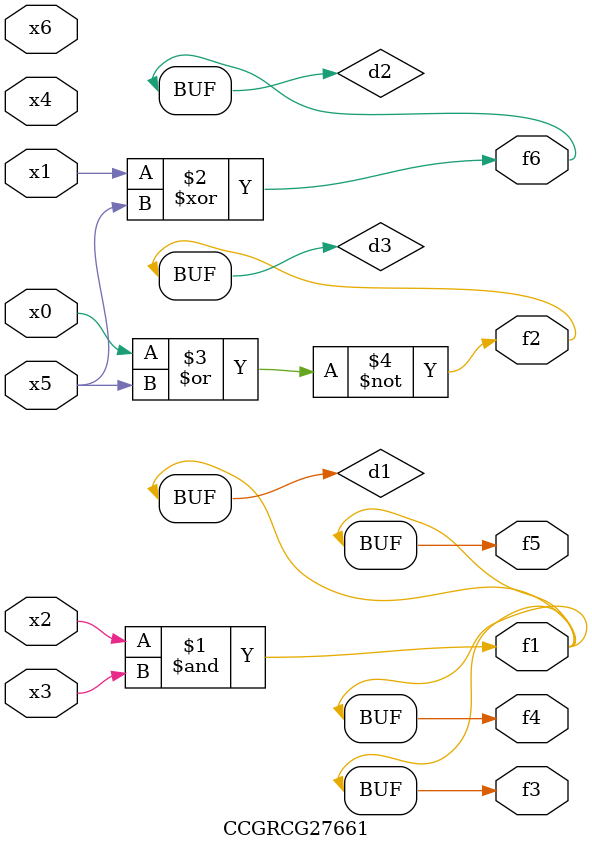
<source format=v>
module CCGRCG27661(
	input x0, x1, x2, x3, x4, x5, x6,
	output f1, f2, f3, f4, f5, f6
);

	wire d1, d2, d3;

	and (d1, x2, x3);
	xor (d2, x1, x5);
	nor (d3, x0, x5);
	assign f1 = d1;
	assign f2 = d3;
	assign f3 = d1;
	assign f4 = d1;
	assign f5 = d1;
	assign f6 = d2;
endmodule

</source>
